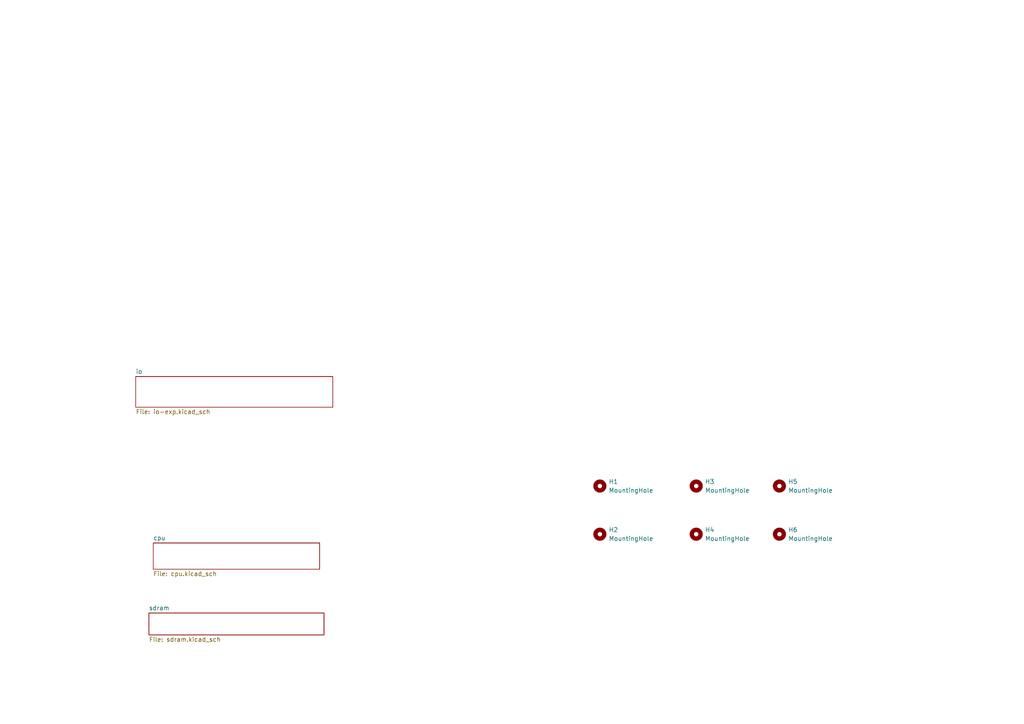
<source format=kicad_sch>
(kicad_sch (version 20220103) (generator eeschema)
  (paper "A4")
  (lib_symbols
    (symbol "Mechanical:MountingHole" (pin_names (offset 1.016))
      (property "Reference" "H" (at 0 5.08 0))
      (property "Value" "MountingHole" (at 0 3.175 0))
      (symbol "MountingHole_0_1"
        (circle (center 0 0) (radius 1.27) (stroke (width 1.27)))
      )
    )
  )
  (symbol (lib_id "Mechanical:MountingHole") (at 201.93 154.94 0) (unit 1)
    (property "Reference" "H4" (at 204.47 153.6699 0) (effects (justify left)))
    (property "Value" "MountingHole" (at 204.47 156.2099 0) (effects (justify left)))
    (property "Footprint" "MountingHole:MountingHole_2.7mm_M2.5_DIN965" (effects hide))
  )
  (symbol (lib_id "Mechanical:MountingHole") (at 173.99 154.94 0) (unit 1)
    (property "Reference" "H2" (at 176.53 153.6699 0) (effects (justify left)))
    (property "Value" "MountingHole" (at 176.53 156.2099 0) (effects (justify left)))
    (property "Footprint" "MountingHole:MountingHole_2.7mm_M2.5_DIN965" (effects hide))
  )
  (symbol (lib_id "Mechanical:MountingHole") (at 173.99 140.97 0) (unit 1)
    (property "Reference" "H1" (at 176.53 139.6999 0) (effects (justify left)))
    (property "Value" "MountingHole" (at 176.53 142.2399 0) (effects (justify left)))
    (property "Footprint" "MountingHole:MountingHole_2.7mm_M2.5_DIN965" (effects hide))
  )
  (symbol (lib_id "Mechanical:MountingHole") (at 201.93 140.97 0) (unit 1)
    (property "Reference" "H3" (at 204.47 139.6999 0) (effects (justify left)))
    (property "Value" "MountingHole" (at 204.47 142.2399 0) (effects (justify left)))
    (property "Footprint" "MountingHole:MountingHole_2.7mm_M2.5_DIN965" (effects hide))
  )
  (symbol (lib_id "Mechanical:MountingHole") (at 226.06 154.94 0) (unit 1)
    (property "Reference" "H6" (at 228.6 153.6699 0) (effects (justify left)))
    (property "Value" "MountingHole" (at 228.6 156.2099 0) (effects (justify left)))
    (property "Footprint" "MountingHole:MountingHole_2.7mm_M2.5_DIN965" (effects hide))
  )
  (symbol (lib_id "Mechanical:MountingHole") (at 226.06 140.97 0) (unit 1)
    (property "Reference" "H5" (at 228.6 139.6999 0) (effects (justify left)))
    (property "Value" "MountingHole" (at 228.6 142.2399 0) (effects (justify left)))
    (property "Footprint" "MountingHole:MountingHole_2.7mm_M2.5_DIN965" (effects hide))
  )
  (sheet (at 44.45 157.48) (size 48.26 7.62) (stroke (width 0.1524))
    (property "Sheetname" "cpu" (at 44.45 156.7684 0) (effects (justify left bottom)))
    (property "Sheetfile" "cpu.kicad_sch" (at 44.45 165.6846 0) (effects (justify left top)))
  )
  (sheet (at 39.37 109.22) (size 57.15 8.89) (stroke (width 0.1524))
    (property "Sheetname" "io" (at 39.37 108.5084 0) (effects (justify left bottom)))
    (property "Sheetfile" "io-exp.kicad_sch" (at 39.37 118.6946 0) (effects (justify left top)))
  )
  (sheet (at 43.18 177.8) (size 50.8 6.35) (stroke (width 0.1524))
    (property "Sheetname" "sdram" (at 43.18 177.0884 0) (effects (justify left bottom)))
    (property "Sheetfile" "sdram.kicad_sch" (at 43.18 184.7346 0) (effects (justify left top)))
  )
)
</source>
